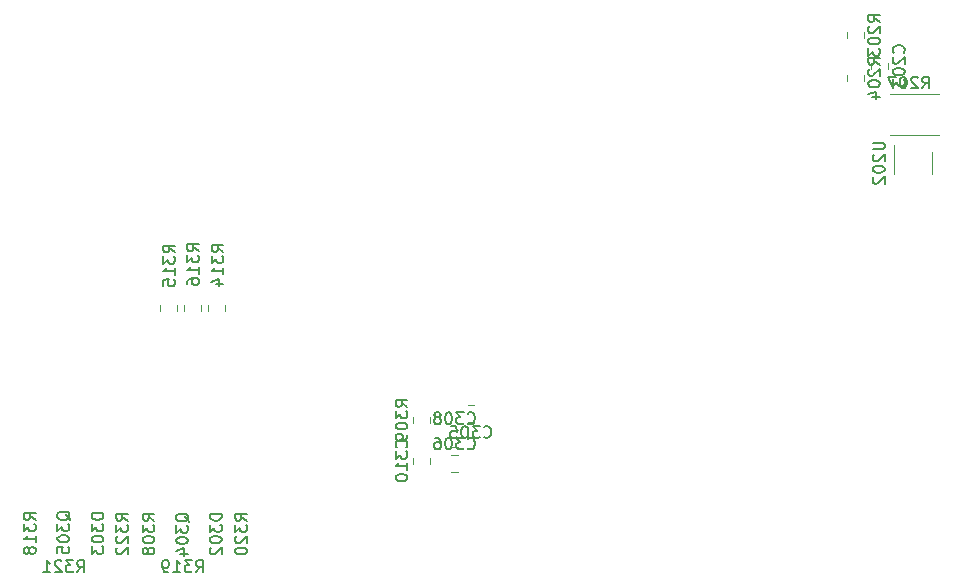
<source format=gbr>
G04 #@! TF.GenerationSoftware,KiCad,Pcbnew,(5.1.6)-1*
G04 #@! TF.CreationDate,2021-05-26T15:33:52+02:00*
G04 #@! TF.ProjectId,PowerSupplyPCB,506f7765-7253-4757-9070-6c795043422e,0.1*
G04 #@! TF.SameCoordinates,Original*
G04 #@! TF.FileFunction,Legend,Bot*
G04 #@! TF.FilePolarity,Positive*
%FSLAX46Y46*%
G04 Gerber Fmt 4.6, Leading zero omitted, Abs format (unit mm)*
G04 Created by KiCad (PCBNEW (5.1.6)-1) date 2021-05-26 15:33:52*
%MOMM*%
%LPD*%
G01*
G04 APERTURE LIST*
%ADD10C,0.120000*%
%ADD11C,0.150000*%
G04 APERTURE END LIST*
D10*
X190041600Y-83773778D02*
X190041600Y-83256622D01*
X188621600Y-83773778D02*
X188621600Y-83256622D01*
X154427422Y-113638400D02*
X154944578Y-113638400D01*
X154427422Y-112218400D02*
X154944578Y-112218400D01*
X153572978Y-116485600D02*
X153055822Y-116485600D01*
X153572978Y-117905600D02*
X153055822Y-117905600D01*
X153572978Y-115772000D02*
X153055822Y-115772000D01*
X153572978Y-114352000D02*
X153055822Y-114352000D01*
X151230400Y-116683022D02*
X151230400Y-117200178D01*
X149810400Y-116683022D02*
X149810400Y-117200178D01*
X187946100Y-81170278D02*
X187946100Y-80653122D01*
X186526100Y-81170278D02*
X186526100Y-80653122D01*
X187946100Y-84789778D02*
X187946100Y-84272622D01*
X186526100Y-84789778D02*
X186526100Y-84272622D01*
X190200536Y-85932700D02*
X194304664Y-85932700D01*
X190200536Y-89352700D02*
X194304664Y-89352700D01*
X151230400Y-113251722D02*
X151230400Y-113768878D01*
X149810400Y-113251722D02*
X149810400Y-113768878D01*
X190566400Y-92644800D02*
X190566400Y-90194800D01*
X193786400Y-90844800D02*
X193786400Y-92644800D01*
X133907600Y-104296978D02*
X133907600Y-103779822D01*
X132487600Y-104296978D02*
X132487600Y-103779822D01*
X128423600Y-104296978D02*
X128423600Y-103779822D01*
X129843600Y-104296978D02*
X129843600Y-103779822D01*
X131875600Y-104296978D02*
X131875600Y-103779822D01*
X130455600Y-104296978D02*
X130455600Y-103779822D01*
D11*
X191338742Y-82396152D02*
X191386361Y-82348533D01*
X191433980Y-82205676D01*
X191433980Y-82110438D01*
X191386361Y-81967580D01*
X191291123Y-81872342D01*
X191195885Y-81824723D01*
X191005409Y-81777104D01*
X190862552Y-81777104D01*
X190672076Y-81824723D01*
X190576838Y-81872342D01*
X190481600Y-81967580D01*
X190433980Y-82110438D01*
X190433980Y-82205676D01*
X190481600Y-82348533D01*
X190529219Y-82396152D01*
X190529219Y-82777104D02*
X190481600Y-82824723D01*
X190433980Y-82919961D01*
X190433980Y-83158057D01*
X190481600Y-83253295D01*
X190529219Y-83300914D01*
X190624457Y-83348533D01*
X190719695Y-83348533D01*
X190862552Y-83300914D01*
X191433980Y-82729485D01*
X191433980Y-83348533D01*
X190433980Y-83967580D02*
X190433980Y-84062819D01*
X190481600Y-84158057D01*
X190529219Y-84205676D01*
X190624457Y-84253295D01*
X190814933Y-84300914D01*
X191053028Y-84300914D01*
X191243504Y-84253295D01*
X191338742Y-84205676D01*
X191386361Y-84158057D01*
X191433980Y-84062819D01*
X191433980Y-83967580D01*
X191386361Y-83872342D01*
X191338742Y-83824723D01*
X191243504Y-83777104D01*
X191053028Y-83729485D01*
X190814933Y-83729485D01*
X190624457Y-83777104D01*
X190529219Y-83824723D01*
X190481600Y-83872342D01*
X190433980Y-83967580D01*
X190433980Y-84634247D02*
X190433980Y-85253295D01*
X190814933Y-84919961D01*
X190814933Y-85062819D01*
X190862552Y-85158057D01*
X190910171Y-85205676D01*
X191005409Y-85253295D01*
X191243504Y-85253295D01*
X191338742Y-85205676D01*
X191386361Y-85158057D01*
X191433980Y-85062819D01*
X191433980Y-84777104D01*
X191386361Y-84681866D01*
X191338742Y-84634247D01*
X155805047Y-114935542D02*
X155852666Y-114983161D01*
X155995523Y-115030780D01*
X156090761Y-115030780D01*
X156233619Y-114983161D01*
X156328857Y-114887923D01*
X156376476Y-114792685D01*
X156424095Y-114602209D01*
X156424095Y-114459352D01*
X156376476Y-114268876D01*
X156328857Y-114173638D01*
X156233619Y-114078400D01*
X156090761Y-114030780D01*
X155995523Y-114030780D01*
X155852666Y-114078400D01*
X155805047Y-114126019D01*
X155471714Y-114030780D02*
X154852666Y-114030780D01*
X155186000Y-114411733D01*
X155043142Y-114411733D01*
X154947904Y-114459352D01*
X154900285Y-114506971D01*
X154852666Y-114602209D01*
X154852666Y-114840304D01*
X154900285Y-114935542D01*
X154947904Y-114983161D01*
X155043142Y-115030780D01*
X155328857Y-115030780D01*
X155424095Y-114983161D01*
X155471714Y-114935542D01*
X154233619Y-114030780D02*
X154138380Y-114030780D01*
X154043142Y-114078400D01*
X153995523Y-114126019D01*
X153947904Y-114221257D01*
X153900285Y-114411733D01*
X153900285Y-114649828D01*
X153947904Y-114840304D01*
X153995523Y-114935542D01*
X154043142Y-114983161D01*
X154138380Y-115030780D01*
X154233619Y-115030780D01*
X154328857Y-114983161D01*
X154376476Y-114935542D01*
X154424095Y-114840304D01*
X154471714Y-114649828D01*
X154471714Y-114411733D01*
X154424095Y-114221257D01*
X154376476Y-114126019D01*
X154328857Y-114078400D01*
X154233619Y-114030780D01*
X152995523Y-114030780D02*
X153471714Y-114030780D01*
X153519333Y-114506971D01*
X153471714Y-114459352D01*
X153376476Y-114411733D01*
X153138380Y-114411733D01*
X153043142Y-114459352D01*
X152995523Y-114506971D01*
X152947904Y-114602209D01*
X152947904Y-114840304D01*
X152995523Y-114935542D01*
X153043142Y-114983161D01*
X153138380Y-115030780D01*
X153376476Y-115030780D01*
X153471714Y-114983161D01*
X153519333Y-114935542D01*
X154433447Y-115902742D02*
X154481066Y-115950361D01*
X154623923Y-115997980D01*
X154719161Y-115997980D01*
X154862019Y-115950361D01*
X154957257Y-115855123D01*
X155004876Y-115759885D01*
X155052495Y-115569409D01*
X155052495Y-115426552D01*
X155004876Y-115236076D01*
X154957257Y-115140838D01*
X154862019Y-115045600D01*
X154719161Y-114997980D01*
X154623923Y-114997980D01*
X154481066Y-115045600D01*
X154433447Y-115093219D01*
X154100114Y-114997980D02*
X153481066Y-114997980D01*
X153814400Y-115378933D01*
X153671542Y-115378933D01*
X153576304Y-115426552D01*
X153528685Y-115474171D01*
X153481066Y-115569409D01*
X153481066Y-115807504D01*
X153528685Y-115902742D01*
X153576304Y-115950361D01*
X153671542Y-115997980D01*
X153957257Y-115997980D01*
X154052495Y-115950361D01*
X154100114Y-115902742D01*
X152862019Y-114997980D02*
X152766780Y-114997980D01*
X152671542Y-115045600D01*
X152623923Y-115093219D01*
X152576304Y-115188457D01*
X152528685Y-115378933D01*
X152528685Y-115617028D01*
X152576304Y-115807504D01*
X152623923Y-115902742D01*
X152671542Y-115950361D01*
X152766780Y-115997980D01*
X152862019Y-115997980D01*
X152957257Y-115950361D01*
X153004876Y-115902742D01*
X153052495Y-115807504D01*
X153100114Y-115617028D01*
X153100114Y-115378933D01*
X153052495Y-115188457D01*
X153004876Y-115093219D01*
X152957257Y-115045600D01*
X152862019Y-114997980D01*
X151671542Y-114997980D02*
X151862019Y-114997980D01*
X151957257Y-115045600D01*
X152004876Y-115093219D01*
X152100114Y-115236076D01*
X152147733Y-115426552D01*
X152147733Y-115807504D01*
X152100114Y-115902742D01*
X152052495Y-115950361D01*
X151957257Y-115997980D01*
X151766780Y-115997980D01*
X151671542Y-115950361D01*
X151623923Y-115902742D01*
X151576304Y-115807504D01*
X151576304Y-115569409D01*
X151623923Y-115474171D01*
X151671542Y-115426552D01*
X151766780Y-115378933D01*
X151957257Y-115378933D01*
X152052495Y-115426552D01*
X152100114Y-115474171D01*
X152147733Y-115569409D01*
X154433447Y-113769142D02*
X154481066Y-113816761D01*
X154623923Y-113864380D01*
X154719161Y-113864380D01*
X154862019Y-113816761D01*
X154957257Y-113721523D01*
X155004876Y-113626285D01*
X155052495Y-113435809D01*
X155052495Y-113292952D01*
X155004876Y-113102476D01*
X154957257Y-113007238D01*
X154862019Y-112912000D01*
X154719161Y-112864380D01*
X154623923Y-112864380D01*
X154481066Y-112912000D01*
X154433447Y-112959619D01*
X154100114Y-112864380D02*
X153481066Y-112864380D01*
X153814400Y-113245333D01*
X153671542Y-113245333D01*
X153576304Y-113292952D01*
X153528685Y-113340571D01*
X153481066Y-113435809D01*
X153481066Y-113673904D01*
X153528685Y-113769142D01*
X153576304Y-113816761D01*
X153671542Y-113864380D01*
X153957257Y-113864380D01*
X154052495Y-113816761D01*
X154100114Y-113769142D01*
X152862019Y-112864380D02*
X152766780Y-112864380D01*
X152671542Y-112912000D01*
X152623923Y-112959619D01*
X152576304Y-113054857D01*
X152528685Y-113245333D01*
X152528685Y-113483428D01*
X152576304Y-113673904D01*
X152623923Y-113769142D01*
X152671542Y-113816761D01*
X152766780Y-113864380D01*
X152862019Y-113864380D01*
X152957257Y-113816761D01*
X153004876Y-113769142D01*
X153052495Y-113673904D01*
X153100114Y-113483428D01*
X153100114Y-113245333D01*
X153052495Y-113054857D01*
X153004876Y-112959619D01*
X152957257Y-112912000D01*
X152862019Y-112864380D01*
X151957257Y-113292952D02*
X152052495Y-113245333D01*
X152100114Y-113197714D01*
X152147733Y-113102476D01*
X152147733Y-113054857D01*
X152100114Y-112959619D01*
X152052495Y-112912000D01*
X151957257Y-112864380D01*
X151766780Y-112864380D01*
X151671542Y-112912000D01*
X151623923Y-112959619D01*
X151576304Y-113054857D01*
X151576304Y-113102476D01*
X151623923Y-113197714D01*
X151671542Y-113245333D01*
X151766780Y-113292952D01*
X151957257Y-113292952D01*
X152052495Y-113340571D01*
X152100114Y-113388190D01*
X152147733Y-113483428D01*
X152147733Y-113673904D01*
X152100114Y-113769142D01*
X152052495Y-113816761D01*
X151957257Y-113864380D01*
X151766780Y-113864380D01*
X151671542Y-113816761D01*
X151623923Y-113769142D01*
X151576304Y-113673904D01*
X151576304Y-113483428D01*
X151623923Y-113388190D01*
X151671542Y-113340571D01*
X151766780Y-113292952D01*
X149227542Y-115822552D02*
X149275161Y-115774933D01*
X149322780Y-115632076D01*
X149322780Y-115536838D01*
X149275161Y-115393980D01*
X149179923Y-115298742D01*
X149084685Y-115251123D01*
X148894209Y-115203504D01*
X148751352Y-115203504D01*
X148560876Y-115251123D01*
X148465638Y-115298742D01*
X148370400Y-115393980D01*
X148322780Y-115536838D01*
X148322780Y-115632076D01*
X148370400Y-115774933D01*
X148418019Y-115822552D01*
X148322780Y-116155885D02*
X148322780Y-116774933D01*
X148703733Y-116441600D01*
X148703733Y-116584457D01*
X148751352Y-116679695D01*
X148798971Y-116727314D01*
X148894209Y-116774933D01*
X149132304Y-116774933D01*
X149227542Y-116727314D01*
X149275161Y-116679695D01*
X149322780Y-116584457D01*
X149322780Y-116298742D01*
X149275161Y-116203504D01*
X149227542Y-116155885D01*
X149322780Y-117727314D02*
X149322780Y-117155885D01*
X149322780Y-117441600D02*
X148322780Y-117441600D01*
X148465638Y-117346361D01*
X148560876Y-117251123D01*
X148608495Y-117155885D01*
X148322780Y-118346361D02*
X148322780Y-118441600D01*
X148370400Y-118536838D01*
X148418019Y-118584457D01*
X148513257Y-118632076D01*
X148703733Y-118679695D01*
X148941828Y-118679695D01*
X149132304Y-118632076D01*
X149227542Y-118584457D01*
X149275161Y-118536838D01*
X149322780Y-118441600D01*
X149322780Y-118346361D01*
X149275161Y-118251123D01*
X149227542Y-118203504D01*
X149132304Y-118155885D01*
X148941828Y-118108266D01*
X148703733Y-118108266D01*
X148513257Y-118155885D01*
X148418019Y-118203504D01*
X148370400Y-118251123D01*
X148322780Y-118346361D01*
X189338480Y-79792652D02*
X188862290Y-79459319D01*
X189338480Y-79221223D02*
X188338480Y-79221223D01*
X188338480Y-79602176D01*
X188386100Y-79697414D01*
X188433719Y-79745033D01*
X188528957Y-79792652D01*
X188671814Y-79792652D01*
X188767052Y-79745033D01*
X188814671Y-79697414D01*
X188862290Y-79602176D01*
X188862290Y-79221223D01*
X188433719Y-80173604D02*
X188386100Y-80221223D01*
X188338480Y-80316461D01*
X188338480Y-80554557D01*
X188386100Y-80649795D01*
X188433719Y-80697414D01*
X188528957Y-80745033D01*
X188624195Y-80745033D01*
X188767052Y-80697414D01*
X189338480Y-80125985D01*
X189338480Y-80745033D01*
X188338480Y-81364080D02*
X188338480Y-81459319D01*
X188386100Y-81554557D01*
X188433719Y-81602176D01*
X188528957Y-81649795D01*
X188719433Y-81697414D01*
X188957528Y-81697414D01*
X189148004Y-81649795D01*
X189243242Y-81602176D01*
X189290861Y-81554557D01*
X189338480Y-81459319D01*
X189338480Y-81364080D01*
X189290861Y-81268842D01*
X189243242Y-81221223D01*
X189148004Y-81173604D01*
X188957528Y-81125985D01*
X188719433Y-81125985D01*
X188528957Y-81173604D01*
X188433719Y-81221223D01*
X188386100Y-81268842D01*
X188338480Y-81364080D01*
X188338480Y-82030747D02*
X188338480Y-82649795D01*
X188719433Y-82316461D01*
X188719433Y-82459319D01*
X188767052Y-82554557D01*
X188814671Y-82602176D01*
X188909909Y-82649795D01*
X189148004Y-82649795D01*
X189243242Y-82602176D01*
X189290861Y-82554557D01*
X189338480Y-82459319D01*
X189338480Y-82173604D01*
X189290861Y-82078366D01*
X189243242Y-82030747D01*
X189338480Y-83412152D02*
X188862290Y-83078819D01*
X189338480Y-82840723D02*
X188338480Y-82840723D01*
X188338480Y-83221676D01*
X188386100Y-83316914D01*
X188433719Y-83364533D01*
X188528957Y-83412152D01*
X188671814Y-83412152D01*
X188767052Y-83364533D01*
X188814671Y-83316914D01*
X188862290Y-83221676D01*
X188862290Y-82840723D01*
X188433719Y-83793104D02*
X188386100Y-83840723D01*
X188338480Y-83935961D01*
X188338480Y-84174057D01*
X188386100Y-84269295D01*
X188433719Y-84316914D01*
X188528957Y-84364533D01*
X188624195Y-84364533D01*
X188767052Y-84316914D01*
X189338480Y-83745485D01*
X189338480Y-84364533D01*
X188338480Y-84983580D02*
X188338480Y-85078819D01*
X188386100Y-85174057D01*
X188433719Y-85221676D01*
X188528957Y-85269295D01*
X188719433Y-85316914D01*
X188957528Y-85316914D01*
X189148004Y-85269295D01*
X189243242Y-85221676D01*
X189290861Y-85174057D01*
X189338480Y-85078819D01*
X189338480Y-84983580D01*
X189290861Y-84888342D01*
X189243242Y-84840723D01*
X189148004Y-84793104D01*
X188957528Y-84745485D01*
X188719433Y-84745485D01*
X188528957Y-84793104D01*
X188433719Y-84840723D01*
X188386100Y-84888342D01*
X188338480Y-84983580D01*
X188671814Y-86174057D02*
X189338480Y-86174057D01*
X188290861Y-85935961D02*
X189005147Y-85697866D01*
X189005147Y-86316914D01*
X192927147Y-85428080D02*
X193260480Y-84951890D01*
X193498576Y-85428080D02*
X193498576Y-84428080D01*
X193117623Y-84428080D01*
X193022385Y-84475700D01*
X192974766Y-84523319D01*
X192927147Y-84618557D01*
X192927147Y-84761414D01*
X192974766Y-84856652D01*
X193022385Y-84904271D01*
X193117623Y-84951890D01*
X193498576Y-84951890D01*
X192546195Y-84523319D02*
X192498576Y-84475700D01*
X192403338Y-84428080D01*
X192165242Y-84428080D01*
X192070004Y-84475700D01*
X192022385Y-84523319D01*
X191974766Y-84618557D01*
X191974766Y-84713795D01*
X192022385Y-84856652D01*
X192593814Y-85428080D01*
X191974766Y-85428080D01*
X191355719Y-84428080D02*
X191260480Y-84428080D01*
X191165242Y-84475700D01*
X191117623Y-84523319D01*
X191070004Y-84618557D01*
X191022385Y-84809033D01*
X191022385Y-85047128D01*
X191070004Y-85237604D01*
X191117623Y-85332842D01*
X191165242Y-85380461D01*
X191260480Y-85428080D01*
X191355719Y-85428080D01*
X191450957Y-85380461D01*
X191498576Y-85332842D01*
X191546195Y-85237604D01*
X191593814Y-85047128D01*
X191593814Y-84809033D01*
X191546195Y-84618557D01*
X191498576Y-84523319D01*
X191450957Y-84475700D01*
X191355719Y-84428080D01*
X190689052Y-84428080D02*
X190022385Y-84428080D01*
X190450957Y-85428080D01*
X149322780Y-112391252D02*
X148846590Y-112057919D01*
X149322780Y-111819823D02*
X148322780Y-111819823D01*
X148322780Y-112200776D01*
X148370400Y-112296014D01*
X148418019Y-112343633D01*
X148513257Y-112391252D01*
X148656114Y-112391252D01*
X148751352Y-112343633D01*
X148798971Y-112296014D01*
X148846590Y-112200776D01*
X148846590Y-111819823D01*
X148322780Y-112724585D02*
X148322780Y-113343633D01*
X148703733Y-113010300D01*
X148703733Y-113153157D01*
X148751352Y-113248395D01*
X148798971Y-113296014D01*
X148894209Y-113343633D01*
X149132304Y-113343633D01*
X149227542Y-113296014D01*
X149275161Y-113248395D01*
X149322780Y-113153157D01*
X149322780Y-112867442D01*
X149275161Y-112772204D01*
X149227542Y-112724585D01*
X148322780Y-113962680D02*
X148322780Y-114057919D01*
X148370400Y-114153157D01*
X148418019Y-114200776D01*
X148513257Y-114248395D01*
X148703733Y-114296014D01*
X148941828Y-114296014D01*
X149132304Y-114248395D01*
X149227542Y-114200776D01*
X149275161Y-114153157D01*
X149322780Y-114057919D01*
X149322780Y-113962680D01*
X149275161Y-113867442D01*
X149227542Y-113819823D01*
X149132304Y-113772204D01*
X148941828Y-113724585D01*
X148703733Y-113724585D01*
X148513257Y-113772204D01*
X148418019Y-113819823D01*
X148370400Y-113867442D01*
X148322780Y-113962680D01*
X149322780Y-114772204D02*
X149322780Y-114962680D01*
X149275161Y-115057919D01*
X149227542Y-115105538D01*
X149084685Y-115200776D01*
X148894209Y-115248395D01*
X148513257Y-115248395D01*
X148418019Y-115200776D01*
X148370400Y-115153157D01*
X148322780Y-115057919D01*
X148322780Y-114867442D01*
X148370400Y-114772204D01*
X148418019Y-114724585D01*
X148513257Y-114676966D01*
X148751352Y-114676966D01*
X148846590Y-114724585D01*
X148894209Y-114772204D01*
X148941828Y-114867442D01*
X148941828Y-115057919D01*
X148894209Y-115153157D01*
X148846590Y-115200776D01*
X148751352Y-115248395D01*
X188728780Y-90030514D02*
X189538304Y-90030514D01*
X189633542Y-90078133D01*
X189681161Y-90125752D01*
X189728780Y-90220990D01*
X189728780Y-90411466D01*
X189681161Y-90506704D01*
X189633542Y-90554323D01*
X189538304Y-90601942D01*
X188728780Y-90601942D01*
X188824019Y-91030514D02*
X188776400Y-91078133D01*
X188728780Y-91173371D01*
X188728780Y-91411466D01*
X188776400Y-91506704D01*
X188824019Y-91554323D01*
X188919257Y-91601942D01*
X189014495Y-91601942D01*
X189157352Y-91554323D01*
X189728780Y-90982895D01*
X189728780Y-91601942D01*
X188728780Y-92220990D02*
X188728780Y-92316228D01*
X188776400Y-92411466D01*
X188824019Y-92459085D01*
X188919257Y-92506704D01*
X189109733Y-92554323D01*
X189347828Y-92554323D01*
X189538304Y-92506704D01*
X189633542Y-92459085D01*
X189681161Y-92411466D01*
X189728780Y-92316228D01*
X189728780Y-92220990D01*
X189681161Y-92125752D01*
X189633542Y-92078133D01*
X189538304Y-92030514D01*
X189347828Y-91982895D01*
X189109733Y-91982895D01*
X188919257Y-92030514D01*
X188824019Y-92078133D01*
X188776400Y-92125752D01*
X188728780Y-92220990D01*
X188824019Y-92935276D02*
X188776400Y-92982895D01*
X188728780Y-93078133D01*
X188728780Y-93316228D01*
X188776400Y-93411466D01*
X188824019Y-93459085D01*
X188919257Y-93506704D01*
X189014495Y-93506704D01*
X189157352Y-93459085D01*
X189728780Y-92887657D01*
X189728780Y-93506704D01*
X133751580Y-99261752D02*
X133275390Y-98928419D01*
X133751580Y-98690323D02*
X132751580Y-98690323D01*
X132751580Y-99071276D01*
X132799200Y-99166514D01*
X132846819Y-99214133D01*
X132942057Y-99261752D01*
X133084914Y-99261752D01*
X133180152Y-99214133D01*
X133227771Y-99166514D01*
X133275390Y-99071276D01*
X133275390Y-98690323D01*
X132751580Y-99595085D02*
X132751580Y-100214133D01*
X133132533Y-99880800D01*
X133132533Y-100023657D01*
X133180152Y-100118895D01*
X133227771Y-100166514D01*
X133323009Y-100214133D01*
X133561104Y-100214133D01*
X133656342Y-100166514D01*
X133703961Y-100118895D01*
X133751580Y-100023657D01*
X133751580Y-99737942D01*
X133703961Y-99642704D01*
X133656342Y-99595085D01*
X133751580Y-101166514D02*
X133751580Y-100595085D01*
X133751580Y-100880800D02*
X132751580Y-100880800D01*
X132894438Y-100785561D01*
X132989676Y-100690323D01*
X133037295Y-100595085D01*
X133084914Y-102023657D02*
X133751580Y-102023657D01*
X132703961Y-101785561D02*
X133418247Y-101547466D01*
X133418247Y-102166514D01*
X129636780Y-99312552D02*
X129160590Y-98979219D01*
X129636780Y-98741123D02*
X128636780Y-98741123D01*
X128636780Y-99122076D01*
X128684400Y-99217314D01*
X128732019Y-99264933D01*
X128827257Y-99312552D01*
X128970114Y-99312552D01*
X129065352Y-99264933D01*
X129112971Y-99217314D01*
X129160590Y-99122076D01*
X129160590Y-98741123D01*
X128636780Y-99645885D02*
X128636780Y-100264933D01*
X129017733Y-99931600D01*
X129017733Y-100074457D01*
X129065352Y-100169695D01*
X129112971Y-100217314D01*
X129208209Y-100264933D01*
X129446304Y-100264933D01*
X129541542Y-100217314D01*
X129589161Y-100169695D01*
X129636780Y-100074457D01*
X129636780Y-99788742D01*
X129589161Y-99693504D01*
X129541542Y-99645885D01*
X129636780Y-101217314D02*
X129636780Y-100645885D01*
X129636780Y-100931600D02*
X128636780Y-100931600D01*
X128779638Y-100836361D01*
X128874876Y-100741123D01*
X128922495Y-100645885D01*
X128636780Y-102122076D02*
X128636780Y-101645885D01*
X129112971Y-101598266D01*
X129065352Y-101645885D01*
X129017733Y-101741123D01*
X129017733Y-101979219D01*
X129065352Y-102074457D01*
X129112971Y-102122076D01*
X129208209Y-102169695D01*
X129446304Y-102169695D01*
X129541542Y-102122076D01*
X129589161Y-102074457D01*
X129636780Y-101979219D01*
X129636780Y-101741123D01*
X129589161Y-101645885D01*
X129541542Y-101598266D01*
X131668780Y-99210952D02*
X131192590Y-98877619D01*
X131668780Y-98639523D02*
X130668780Y-98639523D01*
X130668780Y-99020476D01*
X130716400Y-99115714D01*
X130764019Y-99163333D01*
X130859257Y-99210952D01*
X131002114Y-99210952D01*
X131097352Y-99163333D01*
X131144971Y-99115714D01*
X131192590Y-99020476D01*
X131192590Y-98639523D01*
X130668780Y-99544285D02*
X130668780Y-100163333D01*
X131049733Y-99830000D01*
X131049733Y-99972857D01*
X131097352Y-100068095D01*
X131144971Y-100115714D01*
X131240209Y-100163333D01*
X131478304Y-100163333D01*
X131573542Y-100115714D01*
X131621161Y-100068095D01*
X131668780Y-99972857D01*
X131668780Y-99687142D01*
X131621161Y-99591904D01*
X131573542Y-99544285D01*
X131668780Y-101115714D02*
X131668780Y-100544285D01*
X131668780Y-100830000D02*
X130668780Y-100830000D01*
X130811638Y-100734761D01*
X130906876Y-100639523D01*
X130954495Y-100544285D01*
X130668780Y-101972857D02*
X130668780Y-101782380D01*
X130716400Y-101687142D01*
X130764019Y-101639523D01*
X130906876Y-101544285D01*
X131097352Y-101496666D01*
X131478304Y-101496666D01*
X131573542Y-101544285D01*
X131621161Y-101591904D01*
X131668780Y-101687142D01*
X131668780Y-101877619D01*
X131621161Y-101972857D01*
X131573542Y-102020476D01*
X131478304Y-102068095D01*
X131240209Y-102068095D01*
X131144971Y-102020476D01*
X131097352Y-101972857D01*
X131049733Y-101877619D01*
X131049733Y-101687142D01*
X131097352Y-101591904D01*
X131144971Y-101544285D01*
X131240209Y-101496666D01*
X133599180Y-121448723D02*
X132599180Y-121448723D01*
X132599180Y-121686819D01*
X132646800Y-121829676D01*
X132742038Y-121924914D01*
X132837276Y-121972533D01*
X133027752Y-122020152D01*
X133170609Y-122020152D01*
X133361085Y-121972533D01*
X133456323Y-121924914D01*
X133551561Y-121829676D01*
X133599180Y-121686819D01*
X133599180Y-121448723D01*
X132599180Y-122353485D02*
X132599180Y-122972533D01*
X132980133Y-122639200D01*
X132980133Y-122782057D01*
X133027752Y-122877295D01*
X133075371Y-122924914D01*
X133170609Y-122972533D01*
X133408704Y-122972533D01*
X133503942Y-122924914D01*
X133551561Y-122877295D01*
X133599180Y-122782057D01*
X133599180Y-122496342D01*
X133551561Y-122401104D01*
X133503942Y-122353485D01*
X132599180Y-123591580D02*
X132599180Y-123686819D01*
X132646800Y-123782057D01*
X132694419Y-123829676D01*
X132789657Y-123877295D01*
X132980133Y-123924914D01*
X133218228Y-123924914D01*
X133408704Y-123877295D01*
X133503942Y-123829676D01*
X133551561Y-123782057D01*
X133599180Y-123686819D01*
X133599180Y-123591580D01*
X133551561Y-123496342D01*
X133503942Y-123448723D01*
X133408704Y-123401104D01*
X133218228Y-123353485D01*
X132980133Y-123353485D01*
X132789657Y-123401104D01*
X132694419Y-123448723D01*
X132646800Y-123496342D01*
X132599180Y-123591580D01*
X132694419Y-124305866D02*
X132646800Y-124353485D01*
X132599180Y-124448723D01*
X132599180Y-124686819D01*
X132646800Y-124782057D01*
X132694419Y-124829676D01*
X132789657Y-124877295D01*
X132884895Y-124877295D01*
X133027752Y-124829676D01*
X133599180Y-124258247D01*
X133599180Y-124877295D01*
X123591580Y-121397923D02*
X122591580Y-121397923D01*
X122591580Y-121636019D01*
X122639200Y-121778876D01*
X122734438Y-121874114D01*
X122829676Y-121921733D01*
X123020152Y-121969352D01*
X123163009Y-121969352D01*
X123353485Y-121921733D01*
X123448723Y-121874114D01*
X123543961Y-121778876D01*
X123591580Y-121636019D01*
X123591580Y-121397923D01*
X122591580Y-122302685D02*
X122591580Y-122921733D01*
X122972533Y-122588400D01*
X122972533Y-122731257D01*
X123020152Y-122826495D01*
X123067771Y-122874114D01*
X123163009Y-122921733D01*
X123401104Y-122921733D01*
X123496342Y-122874114D01*
X123543961Y-122826495D01*
X123591580Y-122731257D01*
X123591580Y-122445542D01*
X123543961Y-122350304D01*
X123496342Y-122302685D01*
X122591580Y-123540780D02*
X122591580Y-123636019D01*
X122639200Y-123731257D01*
X122686819Y-123778876D01*
X122782057Y-123826495D01*
X122972533Y-123874114D01*
X123210628Y-123874114D01*
X123401104Y-123826495D01*
X123496342Y-123778876D01*
X123543961Y-123731257D01*
X123591580Y-123636019D01*
X123591580Y-123540780D01*
X123543961Y-123445542D01*
X123496342Y-123397923D01*
X123401104Y-123350304D01*
X123210628Y-123302685D01*
X122972533Y-123302685D01*
X122782057Y-123350304D01*
X122686819Y-123397923D01*
X122639200Y-123445542D01*
X122591580Y-123540780D01*
X122591580Y-124207447D02*
X122591580Y-124826495D01*
X122972533Y-124493161D01*
X122972533Y-124636019D01*
X123020152Y-124731257D01*
X123067771Y-124778876D01*
X123163009Y-124826495D01*
X123401104Y-124826495D01*
X123496342Y-124778876D01*
X123543961Y-124731257D01*
X123591580Y-124636019D01*
X123591580Y-124350304D01*
X123543961Y-124255066D01*
X123496342Y-124207447D01*
X130849619Y-122142380D02*
X130802000Y-122047142D01*
X130706761Y-121951904D01*
X130563904Y-121809047D01*
X130516285Y-121713809D01*
X130516285Y-121618571D01*
X130754380Y-121666190D02*
X130706761Y-121570952D01*
X130611523Y-121475714D01*
X130421047Y-121428095D01*
X130087714Y-121428095D01*
X129897238Y-121475714D01*
X129802000Y-121570952D01*
X129754380Y-121666190D01*
X129754380Y-121856666D01*
X129802000Y-121951904D01*
X129897238Y-122047142D01*
X130087714Y-122094761D01*
X130421047Y-122094761D01*
X130611523Y-122047142D01*
X130706761Y-121951904D01*
X130754380Y-121856666D01*
X130754380Y-121666190D01*
X129754380Y-122428095D02*
X129754380Y-123047142D01*
X130135333Y-122713809D01*
X130135333Y-122856666D01*
X130182952Y-122951904D01*
X130230571Y-122999523D01*
X130325809Y-123047142D01*
X130563904Y-123047142D01*
X130659142Y-122999523D01*
X130706761Y-122951904D01*
X130754380Y-122856666D01*
X130754380Y-122570952D01*
X130706761Y-122475714D01*
X130659142Y-122428095D01*
X129754380Y-123666190D02*
X129754380Y-123761428D01*
X129802000Y-123856666D01*
X129849619Y-123904285D01*
X129944857Y-123951904D01*
X130135333Y-123999523D01*
X130373428Y-123999523D01*
X130563904Y-123951904D01*
X130659142Y-123904285D01*
X130706761Y-123856666D01*
X130754380Y-123761428D01*
X130754380Y-123666190D01*
X130706761Y-123570952D01*
X130659142Y-123523333D01*
X130563904Y-123475714D01*
X130373428Y-123428095D01*
X130135333Y-123428095D01*
X129944857Y-123475714D01*
X129849619Y-123523333D01*
X129802000Y-123570952D01*
X129754380Y-123666190D01*
X130087714Y-124856666D02*
X130754380Y-124856666D01*
X129706761Y-124618571D02*
X130421047Y-124380476D01*
X130421047Y-124999523D01*
X120791219Y-121989980D02*
X120743600Y-121894742D01*
X120648361Y-121799504D01*
X120505504Y-121656647D01*
X120457885Y-121561409D01*
X120457885Y-121466171D01*
X120695980Y-121513790D02*
X120648361Y-121418552D01*
X120553123Y-121323314D01*
X120362647Y-121275695D01*
X120029314Y-121275695D01*
X119838838Y-121323314D01*
X119743600Y-121418552D01*
X119695980Y-121513790D01*
X119695980Y-121704266D01*
X119743600Y-121799504D01*
X119838838Y-121894742D01*
X120029314Y-121942361D01*
X120362647Y-121942361D01*
X120553123Y-121894742D01*
X120648361Y-121799504D01*
X120695980Y-121704266D01*
X120695980Y-121513790D01*
X119695980Y-122275695D02*
X119695980Y-122894742D01*
X120076933Y-122561409D01*
X120076933Y-122704266D01*
X120124552Y-122799504D01*
X120172171Y-122847123D01*
X120267409Y-122894742D01*
X120505504Y-122894742D01*
X120600742Y-122847123D01*
X120648361Y-122799504D01*
X120695980Y-122704266D01*
X120695980Y-122418552D01*
X120648361Y-122323314D01*
X120600742Y-122275695D01*
X119695980Y-123513790D02*
X119695980Y-123609028D01*
X119743600Y-123704266D01*
X119791219Y-123751885D01*
X119886457Y-123799504D01*
X120076933Y-123847123D01*
X120315028Y-123847123D01*
X120505504Y-123799504D01*
X120600742Y-123751885D01*
X120648361Y-123704266D01*
X120695980Y-123609028D01*
X120695980Y-123513790D01*
X120648361Y-123418552D01*
X120600742Y-123370933D01*
X120505504Y-123323314D01*
X120315028Y-123275695D01*
X120076933Y-123275695D01*
X119886457Y-123323314D01*
X119791219Y-123370933D01*
X119743600Y-123418552D01*
X119695980Y-123513790D01*
X119695980Y-124751885D02*
X119695980Y-124275695D01*
X120172171Y-124228076D01*
X120124552Y-124275695D01*
X120076933Y-124370933D01*
X120076933Y-124609028D01*
X120124552Y-124704266D01*
X120172171Y-124751885D01*
X120267409Y-124799504D01*
X120505504Y-124799504D01*
X120600742Y-124751885D01*
X120648361Y-124704266D01*
X120695980Y-124609028D01*
X120695980Y-124370933D01*
X120648361Y-124275695D01*
X120600742Y-124228076D01*
X127909580Y-122020152D02*
X127433390Y-121686819D01*
X127909580Y-121448723D02*
X126909580Y-121448723D01*
X126909580Y-121829676D01*
X126957200Y-121924914D01*
X127004819Y-121972533D01*
X127100057Y-122020152D01*
X127242914Y-122020152D01*
X127338152Y-121972533D01*
X127385771Y-121924914D01*
X127433390Y-121829676D01*
X127433390Y-121448723D01*
X126909580Y-122353485D02*
X126909580Y-122972533D01*
X127290533Y-122639200D01*
X127290533Y-122782057D01*
X127338152Y-122877295D01*
X127385771Y-122924914D01*
X127481009Y-122972533D01*
X127719104Y-122972533D01*
X127814342Y-122924914D01*
X127861961Y-122877295D01*
X127909580Y-122782057D01*
X127909580Y-122496342D01*
X127861961Y-122401104D01*
X127814342Y-122353485D01*
X126909580Y-123591580D02*
X126909580Y-123686819D01*
X126957200Y-123782057D01*
X127004819Y-123829676D01*
X127100057Y-123877295D01*
X127290533Y-123924914D01*
X127528628Y-123924914D01*
X127719104Y-123877295D01*
X127814342Y-123829676D01*
X127861961Y-123782057D01*
X127909580Y-123686819D01*
X127909580Y-123591580D01*
X127861961Y-123496342D01*
X127814342Y-123448723D01*
X127719104Y-123401104D01*
X127528628Y-123353485D01*
X127290533Y-123353485D01*
X127100057Y-123401104D01*
X127004819Y-123448723D01*
X126957200Y-123496342D01*
X126909580Y-123591580D01*
X127338152Y-124496342D02*
X127290533Y-124401104D01*
X127242914Y-124353485D01*
X127147676Y-124305866D01*
X127100057Y-124305866D01*
X127004819Y-124353485D01*
X126957200Y-124401104D01*
X126909580Y-124496342D01*
X126909580Y-124686819D01*
X126957200Y-124782057D01*
X127004819Y-124829676D01*
X127100057Y-124877295D01*
X127147676Y-124877295D01*
X127242914Y-124829676D01*
X127290533Y-124782057D01*
X127338152Y-124686819D01*
X127338152Y-124496342D01*
X127385771Y-124401104D01*
X127433390Y-124353485D01*
X127528628Y-124305866D01*
X127719104Y-124305866D01*
X127814342Y-124353485D01*
X127861961Y-124401104D01*
X127909580Y-124496342D01*
X127909580Y-124686819D01*
X127861961Y-124782057D01*
X127814342Y-124829676D01*
X127719104Y-124877295D01*
X127528628Y-124877295D01*
X127433390Y-124829676D01*
X127385771Y-124782057D01*
X127338152Y-124686819D01*
X117851180Y-121969352D02*
X117374990Y-121636019D01*
X117851180Y-121397923D02*
X116851180Y-121397923D01*
X116851180Y-121778876D01*
X116898800Y-121874114D01*
X116946419Y-121921733D01*
X117041657Y-121969352D01*
X117184514Y-121969352D01*
X117279752Y-121921733D01*
X117327371Y-121874114D01*
X117374990Y-121778876D01*
X117374990Y-121397923D01*
X116851180Y-122302685D02*
X116851180Y-122921733D01*
X117232133Y-122588400D01*
X117232133Y-122731257D01*
X117279752Y-122826495D01*
X117327371Y-122874114D01*
X117422609Y-122921733D01*
X117660704Y-122921733D01*
X117755942Y-122874114D01*
X117803561Y-122826495D01*
X117851180Y-122731257D01*
X117851180Y-122445542D01*
X117803561Y-122350304D01*
X117755942Y-122302685D01*
X117851180Y-123874114D02*
X117851180Y-123302685D01*
X117851180Y-123588400D02*
X116851180Y-123588400D01*
X116994038Y-123493161D01*
X117089276Y-123397923D01*
X117136895Y-123302685D01*
X117279752Y-124445542D02*
X117232133Y-124350304D01*
X117184514Y-124302685D01*
X117089276Y-124255066D01*
X117041657Y-124255066D01*
X116946419Y-124302685D01*
X116898800Y-124350304D01*
X116851180Y-124445542D01*
X116851180Y-124636019D01*
X116898800Y-124731257D01*
X116946419Y-124778876D01*
X117041657Y-124826495D01*
X117089276Y-124826495D01*
X117184514Y-124778876D01*
X117232133Y-124731257D01*
X117279752Y-124636019D01*
X117279752Y-124445542D01*
X117327371Y-124350304D01*
X117374990Y-124302685D01*
X117470228Y-124255066D01*
X117660704Y-124255066D01*
X117755942Y-124302685D01*
X117803561Y-124350304D01*
X117851180Y-124445542D01*
X117851180Y-124636019D01*
X117803561Y-124731257D01*
X117755942Y-124778876D01*
X117660704Y-124826495D01*
X117470228Y-124826495D01*
X117374990Y-124778876D01*
X117327371Y-124731257D01*
X117279752Y-124636019D01*
X131421047Y-126385580D02*
X131754380Y-125909390D01*
X131992476Y-126385580D02*
X131992476Y-125385580D01*
X131611523Y-125385580D01*
X131516285Y-125433200D01*
X131468666Y-125480819D01*
X131421047Y-125576057D01*
X131421047Y-125718914D01*
X131468666Y-125814152D01*
X131516285Y-125861771D01*
X131611523Y-125909390D01*
X131992476Y-125909390D01*
X131087714Y-125385580D02*
X130468666Y-125385580D01*
X130802000Y-125766533D01*
X130659142Y-125766533D01*
X130563904Y-125814152D01*
X130516285Y-125861771D01*
X130468666Y-125957009D01*
X130468666Y-126195104D01*
X130516285Y-126290342D01*
X130563904Y-126337961D01*
X130659142Y-126385580D01*
X130944857Y-126385580D01*
X131040095Y-126337961D01*
X131087714Y-126290342D01*
X129516285Y-126385580D02*
X130087714Y-126385580D01*
X129802000Y-126385580D02*
X129802000Y-125385580D01*
X129897238Y-125528438D01*
X129992476Y-125623676D01*
X130087714Y-125671295D01*
X129040095Y-126385580D02*
X128849619Y-126385580D01*
X128754380Y-126337961D01*
X128706761Y-126290342D01*
X128611523Y-126147485D01*
X128563904Y-125957009D01*
X128563904Y-125576057D01*
X128611523Y-125480819D01*
X128659142Y-125433200D01*
X128754380Y-125385580D01*
X128944857Y-125385580D01*
X129040095Y-125433200D01*
X129087714Y-125480819D01*
X129135333Y-125576057D01*
X129135333Y-125814152D01*
X129087714Y-125909390D01*
X129040095Y-125957009D01*
X128944857Y-126004628D01*
X128754380Y-126004628D01*
X128659142Y-125957009D01*
X128611523Y-125909390D01*
X128563904Y-125814152D01*
X135732780Y-122020152D02*
X135256590Y-121686819D01*
X135732780Y-121448723D02*
X134732780Y-121448723D01*
X134732780Y-121829676D01*
X134780400Y-121924914D01*
X134828019Y-121972533D01*
X134923257Y-122020152D01*
X135066114Y-122020152D01*
X135161352Y-121972533D01*
X135208971Y-121924914D01*
X135256590Y-121829676D01*
X135256590Y-121448723D01*
X134732780Y-122353485D02*
X134732780Y-122972533D01*
X135113733Y-122639200D01*
X135113733Y-122782057D01*
X135161352Y-122877295D01*
X135208971Y-122924914D01*
X135304209Y-122972533D01*
X135542304Y-122972533D01*
X135637542Y-122924914D01*
X135685161Y-122877295D01*
X135732780Y-122782057D01*
X135732780Y-122496342D01*
X135685161Y-122401104D01*
X135637542Y-122353485D01*
X134828019Y-123353485D02*
X134780400Y-123401104D01*
X134732780Y-123496342D01*
X134732780Y-123734438D01*
X134780400Y-123829676D01*
X134828019Y-123877295D01*
X134923257Y-123924914D01*
X135018495Y-123924914D01*
X135161352Y-123877295D01*
X135732780Y-123305866D01*
X135732780Y-123924914D01*
X134732780Y-124543961D02*
X134732780Y-124639200D01*
X134780400Y-124734438D01*
X134828019Y-124782057D01*
X134923257Y-124829676D01*
X135113733Y-124877295D01*
X135351828Y-124877295D01*
X135542304Y-124829676D01*
X135637542Y-124782057D01*
X135685161Y-124734438D01*
X135732780Y-124639200D01*
X135732780Y-124543961D01*
X135685161Y-124448723D01*
X135637542Y-124401104D01*
X135542304Y-124353485D01*
X135351828Y-124305866D01*
X135113733Y-124305866D01*
X134923257Y-124353485D01*
X134828019Y-124401104D01*
X134780400Y-124448723D01*
X134732780Y-124543961D01*
X121362647Y-126385580D02*
X121695980Y-125909390D01*
X121934076Y-126385580D02*
X121934076Y-125385580D01*
X121553123Y-125385580D01*
X121457885Y-125433200D01*
X121410266Y-125480819D01*
X121362647Y-125576057D01*
X121362647Y-125718914D01*
X121410266Y-125814152D01*
X121457885Y-125861771D01*
X121553123Y-125909390D01*
X121934076Y-125909390D01*
X121029314Y-125385580D02*
X120410266Y-125385580D01*
X120743600Y-125766533D01*
X120600742Y-125766533D01*
X120505504Y-125814152D01*
X120457885Y-125861771D01*
X120410266Y-125957009D01*
X120410266Y-126195104D01*
X120457885Y-126290342D01*
X120505504Y-126337961D01*
X120600742Y-126385580D01*
X120886457Y-126385580D01*
X120981695Y-126337961D01*
X121029314Y-126290342D01*
X120029314Y-125480819D02*
X119981695Y-125433200D01*
X119886457Y-125385580D01*
X119648361Y-125385580D01*
X119553123Y-125433200D01*
X119505504Y-125480819D01*
X119457885Y-125576057D01*
X119457885Y-125671295D01*
X119505504Y-125814152D01*
X120076933Y-126385580D01*
X119457885Y-126385580D01*
X118505504Y-126385580D02*
X119076933Y-126385580D01*
X118791219Y-126385580D02*
X118791219Y-125385580D01*
X118886457Y-125528438D01*
X118981695Y-125623676D01*
X119076933Y-125671295D01*
X125674380Y-122020152D02*
X125198190Y-121686819D01*
X125674380Y-121448723D02*
X124674380Y-121448723D01*
X124674380Y-121829676D01*
X124722000Y-121924914D01*
X124769619Y-121972533D01*
X124864857Y-122020152D01*
X125007714Y-122020152D01*
X125102952Y-121972533D01*
X125150571Y-121924914D01*
X125198190Y-121829676D01*
X125198190Y-121448723D01*
X124674380Y-122353485D02*
X124674380Y-122972533D01*
X125055333Y-122639200D01*
X125055333Y-122782057D01*
X125102952Y-122877295D01*
X125150571Y-122924914D01*
X125245809Y-122972533D01*
X125483904Y-122972533D01*
X125579142Y-122924914D01*
X125626761Y-122877295D01*
X125674380Y-122782057D01*
X125674380Y-122496342D01*
X125626761Y-122401104D01*
X125579142Y-122353485D01*
X124769619Y-123353485D02*
X124722000Y-123401104D01*
X124674380Y-123496342D01*
X124674380Y-123734438D01*
X124722000Y-123829676D01*
X124769619Y-123877295D01*
X124864857Y-123924914D01*
X124960095Y-123924914D01*
X125102952Y-123877295D01*
X125674380Y-123305866D01*
X125674380Y-123924914D01*
X124769619Y-124305866D02*
X124722000Y-124353485D01*
X124674380Y-124448723D01*
X124674380Y-124686819D01*
X124722000Y-124782057D01*
X124769619Y-124829676D01*
X124864857Y-124877295D01*
X124960095Y-124877295D01*
X125102952Y-124829676D01*
X125674380Y-124258247D01*
X125674380Y-124877295D01*
M02*

</source>
